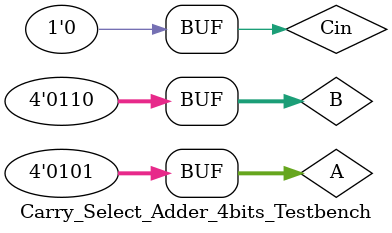
<source format=v>
`timescale 1ns / 1ps


module Carry_Select_Adder_4bits_Testbench;

	// Inputs
	reg [3:0] A;
	reg [3:0] B;
	reg Cin;

	// Outputs
	wire [3:0] S;
	wire Cout;

	// Instantiate the Unit Under Test (UUT)
	Carry_Select_Adder_4bits uut (
		.A(A), 
		.B(B), 
		.Cin(Cin), 
		.S(S), 
		.Cout(Cout)
	);

	initial begin
		// Initialize Inputs
		A = 4'b0101;
		B = 4'b0110;	
		Cin = 0;

		// Wait 100 ns for global reset to finish
		#100;
        
		// Add stimulus here

	end
      
endmodule


</source>
